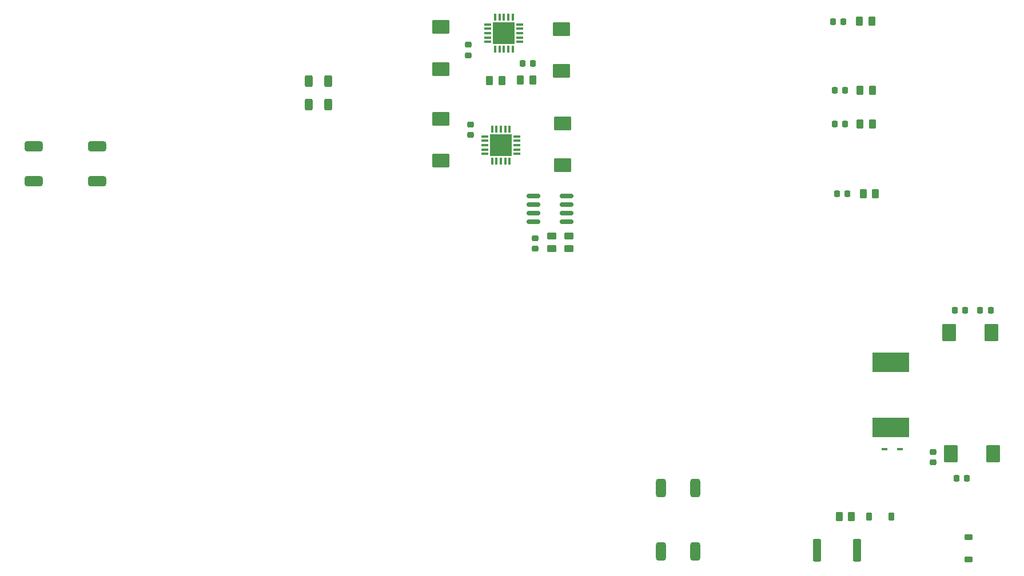
<source format=gtp>
G04 #@! TF.GenerationSoftware,KiCad,Pcbnew,9.0.0*
G04 #@! TF.CreationDate,2025-03-31T11:54:41-05:00*
G04 #@! TF.ProjectId,Power_Supply,506f7765-725f-4537-9570-706c792e6b69,rev?*
G04 #@! TF.SameCoordinates,Original*
G04 #@! TF.FileFunction,Paste,Top*
G04 #@! TF.FilePolarity,Positive*
%FSLAX46Y46*%
G04 Gerber Fmt 4.6, Leading zero omitted, Abs format (unit mm)*
G04 Created by KiCad (PCBNEW 9.0.0) date 2025-03-31 11:54:41*
%MOMM*%
%LPD*%
G01*
G04 APERTURE LIST*
G04 Aperture macros list*
%AMRoundRect*
0 Rectangle with rounded corners*
0 $1 Rounding radius*
0 $2 $3 $4 $5 $6 $7 $8 $9 X,Y pos of 4 corners*
0 Add a 4 corners polygon primitive as box body*
4,1,4,$2,$3,$4,$5,$6,$7,$8,$9,$2,$3,0*
0 Add four circle primitives for the rounded corners*
1,1,$1+$1,$2,$3*
1,1,$1+$1,$4,$5*
1,1,$1+$1,$6,$7*
1,1,$1+$1,$8,$9*
0 Add four rect primitives between the rounded corners*
20,1,$1+$1,$2,$3,$4,$5,0*
20,1,$1+$1,$4,$5,$6,$7,0*
20,1,$1+$1,$6,$7,$8,$9,0*
20,1,$1+$1,$8,$9,$2,$3,0*%
G04 Aperture macros list end*
%ADD10R,0.820000X0.460000*%
%ADD11RoundRect,0.375000X-0.375000X0.975000X-0.375000X-0.975000X0.375000X-0.975000X0.375000X0.975000X0*%
%ADD12RoundRect,0.250000X-0.787500X-1.025000X0.787500X-1.025000X0.787500X1.025000X-0.787500X1.025000X0*%
%ADD13RoundRect,0.225000X0.250000X-0.225000X0.250000X0.225000X-0.250000X0.225000X-0.250000X-0.225000X0*%
%ADD14RoundRect,0.218750X0.218750X0.256250X-0.218750X0.256250X-0.218750X-0.256250X0.218750X-0.256250X0*%
%ADD15RoundRect,0.225000X-0.225000X-0.375000X0.225000X-0.375000X0.225000X0.375000X-0.225000X0.375000X0*%
%ADD16RoundRect,0.250000X0.450000X-0.262500X0.450000X0.262500X-0.450000X0.262500X-0.450000X-0.262500X0*%
%ADD17RoundRect,0.250000X1.025000X-0.787500X1.025000X0.787500X-1.025000X0.787500X-1.025000X-0.787500X0*%
%ADD18RoundRect,0.225000X-0.225000X-0.250000X0.225000X-0.250000X0.225000X0.250000X-0.225000X0.250000X0*%
%ADD19RoundRect,0.150000X0.825000X0.150000X-0.825000X0.150000X-0.825000X-0.150000X0.825000X-0.150000X0*%
%ADD20RoundRect,0.225000X0.375000X-0.225000X0.375000X0.225000X-0.375000X0.225000X-0.375000X-0.225000X0*%
%ADD21RoundRect,0.250000X-0.312500X-0.625000X0.312500X-0.625000X0.312500X0.625000X-0.312500X0.625000X0*%
%ADD22RoundRect,0.250000X0.262500X0.450000X-0.262500X0.450000X-0.262500X-0.450000X0.262500X-0.450000X0*%
%ADD23R,1.050000X0.350000*%
%ADD24R,0.350000X1.050000*%
%ADD25R,3.250000X3.250000*%
%ADD26R,5.410200X2.895600*%
%ADD27RoundRect,0.250000X-0.262500X-0.450000X0.262500X-0.450000X0.262500X0.450000X-0.262500X0.450000X0*%
%ADD28RoundRect,0.225000X-0.250000X0.225000X-0.250000X-0.225000X0.250000X-0.225000X0.250000X0.225000X0*%
%ADD29RoundRect,0.218750X-0.218750X-0.256250X0.218750X-0.256250X0.218750X0.256250X-0.218750X0.256250X0*%
%ADD30RoundRect,0.250000X0.362500X1.425000X-0.362500X1.425000X-0.362500X-1.425000X0.362500X-1.425000X0*%
%ADD31RoundRect,0.375000X-0.975000X-0.375000X0.975000X-0.375000X0.975000X0.375000X-0.975000X0.375000X0*%
G04 APERTURE END LIST*
D10*
X194240000Y-94640000D03*
X196540000Y-94640000D03*
D11*
X166240000Y-100390000D03*
X161140000Y-100390000D03*
X161140000Y-109790000D03*
X166240000Y-109790000D03*
D12*
X203827500Y-77340000D03*
X210052500Y-77340000D03*
D13*
X142514999Y-64939999D03*
X142514999Y-63389999D03*
D14*
X188202500Y-31265000D03*
X186627500Y-31265000D03*
D15*
X191940000Y-104590000D03*
X195240000Y-104590000D03*
D16*
X144944999Y-64897499D03*
X144944999Y-63072499D03*
D17*
X128540000Y-38315000D03*
X128540000Y-32090000D03*
D18*
X204940000Y-98915000D03*
X206490000Y-98915000D03*
D19*
X147209999Y-60939999D03*
X147209999Y-59669999D03*
X147209999Y-58399999D03*
X147209999Y-57129999D03*
X142259999Y-57129999D03*
X142259999Y-58399999D03*
X142259999Y-59669999D03*
X142259999Y-60939999D03*
D20*
X206740000Y-110940000D03*
X206740000Y-107640000D03*
D21*
X108977500Y-43590000D03*
X111902500Y-43590000D03*
D22*
X189352500Y-104590000D03*
X187527500Y-104590000D03*
D18*
X204665000Y-74090000D03*
X206215000Y-74090000D03*
D22*
X192440000Y-41415000D03*
X190615000Y-41415000D03*
D18*
X140640000Y-37490000D03*
X142190000Y-37490000D03*
D17*
X146440000Y-38602500D03*
X146440000Y-32377500D03*
D23*
X140240000Y-34290000D03*
X140240000Y-33640000D03*
X140240000Y-32990000D03*
X140240000Y-32340000D03*
X140240000Y-31690000D03*
D24*
X139190000Y-30640000D03*
X138540000Y-30640000D03*
X137890000Y-30640000D03*
X137240000Y-30640000D03*
X136590000Y-30640000D03*
D23*
X135540000Y-31690000D03*
X135540000Y-32340000D03*
X135540000Y-32990000D03*
X135540000Y-33640000D03*
X135540000Y-34290000D03*
D24*
X136590000Y-35340000D03*
X137240000Y-35340000D03*
X137890000Y-35340000D03*
X138540000Y-35340000D03*
X139190000Y-35340000D03*
D25*
X137890000Y-32990000D03*
D26*
X195190000Y-81738600D03*
X195190000Y-91441400D03*
D27*
X190527500Y-31240000D03*
X192352500Y-31240000D03*
D16*
X147504999Y-64887499D03*
X147504999Y-63062499D03*
D28*
X132640000Y-34715000D03*
X132640000Y-36265000D03*
D22*
X192440000Y-46490000D03*
X190615000Y-46490000D03*
D17*
X128540000Y-51902500D03*
X128540000Y-45677500D03*
D29*
X186865000Y-41440000D03*
X188440000Y-41440000D03*
D28*
X201440000Y-95065000D03*
X201440000Y-96615000D03*
D30*
X190202500Y-109590000D03*
X184277500Y-109590000D03*
D29*
X187190000Y-56765000D03*
X188765000Y-56765000D03*
D17*
X146590000Y-52552500D03*
X146590000Y-46327500D03*
D22*
X142152500Y-39965000D03*
X140327500Y-39965000D03*
D21*
X108977500Y-40090000D03*
X111902500Y-40090000D03*
D27*
X135777500Y-40015000D03*
X137602500Y-40015000D03*
D31*
X68240000Y-49790000D03*
X68240000Y-54890000D03*
X77640000Y-54890000D03*
X77640000Y-49790000D03*
D29*
X186865000Y-46490000D03*
X188440000Y-46490000D03*
D23*
X139790000Y-50890000D03*
X139790000Y-50240000D03*
X139790000Y-49590000D03*
X139790000Y-48940000D03*
X139790000Y-48290000D03*
D24*
X138740000Y-47240000D03*
X138090000Y-47240000D03*
X137440000Y-47240000D03*
X136790000Y-47240000D03*
X136140000Y-47240000D03*
D23*
X135090000Y-48290000D03*
X135090000Y-48940000D03*
X135090000Y-49590000D03*
X135090000Y-50240000D03*
X135090000Y-50890000D03*
D24*
X136140000Y-51940000D03*
X136790000Y-51940000D03*
X137440000Y-51940000D03*
X138090000Y-51940000D03*
X138740000Y-51940000D03*
D25*
X137440000Y-49590000D03*
D18*
X208415000Y-74090000D03*
X209965000Y-74090000D03*
D22*
X192940000Y-56765000D03*
X191115000Y-56765000D03*
D13*
X132990000Y-48065000D03*
X132990000Y-46515000D03*
D12*
X204077500Y-95340000D03*
X210302500Y-95340000D03*
M02*

</source>
